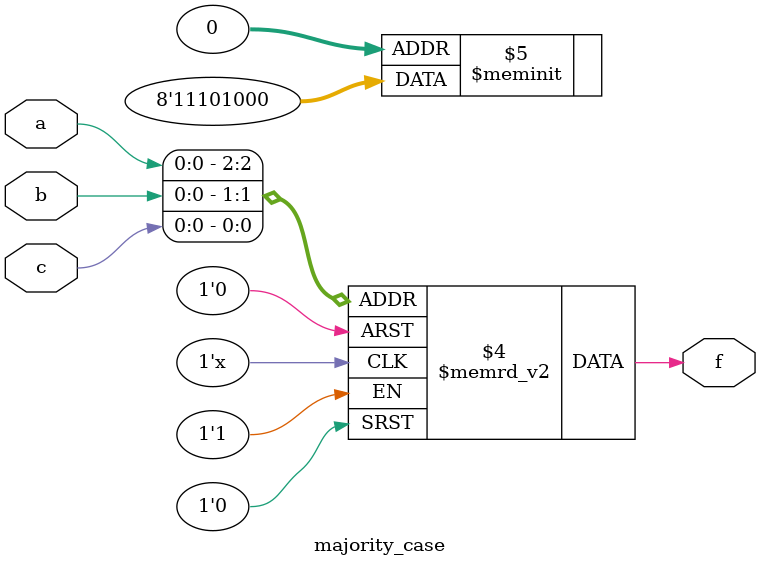
<source format=v>
module majority_case (
	input a, b, c,
	output reg f);
	
	always @(*)
		case({a, b, c})
			3'b000: f = 0;
			3'b001: f = 0;
			3'b010: f = 0;
			3'b011: f = 1;
			3'b100: f = 0;
			3'b101: f = 1;
			3'b110: f = 1;
			3'b111: f = 1;
		endcase
	
endmodule

</source>
